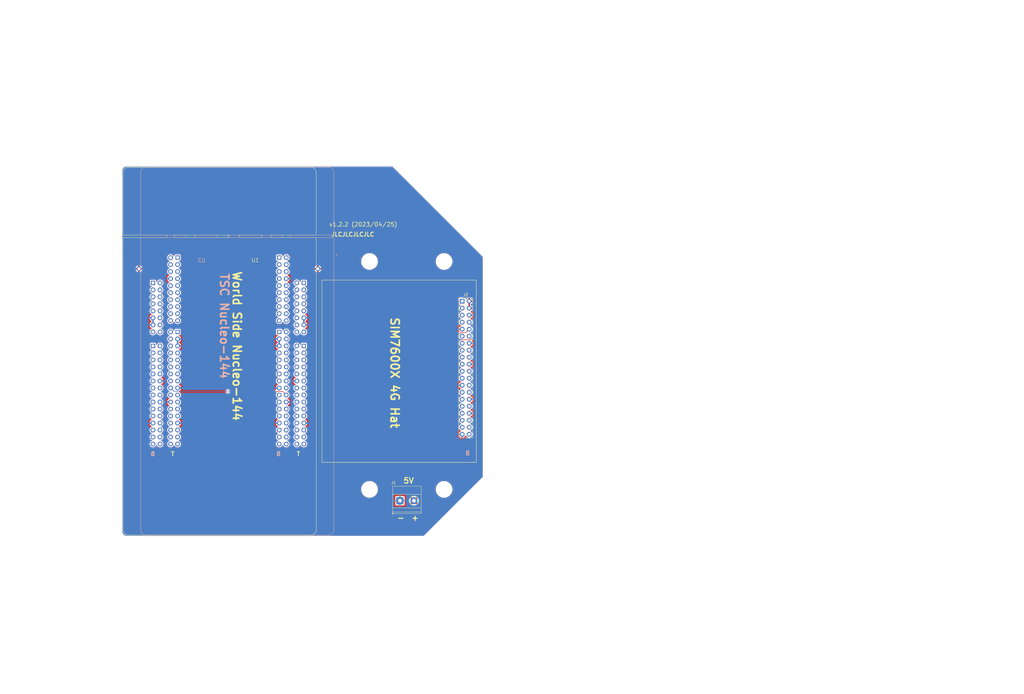
<source format=kicad_pcb>
(kicad_pcb (version 20221018) (generator pcbnew)
  (layers (0 "F.Cu" signal) (31 "B.Cu" signal) (34 "B.Paste" user) (35 "F.Paste" user) (36 "B.SilkS" user "B.Silkscreen") (37 "F.SilkS" user "F.Silkscreen") (38 "B.Mask" user) (39 "F.Mask" user) (44 "Edge.Cuts" user))
  (net 0 "")
  (net 1 "GND")
  (net 2 "+5V")
  (net 9 "/M_TX_RX")
  (net 11 "/M_RX_TX")
  (net 120 "/TSC Side Sheet/D_TX")
  (footprint "TerminalBlock_Phoenix:TerminalBlock_Phoenix_MKDS-1,5-2-5.08_1x02_P5.08mm_Horizontal" (layer "F.Cu") (at 124.52 158.6)
    (fp_text reference "J1" (at -2.32 -6.5 180) (layer "F.SilkS"))
    (fp_text value "5V Input")
    (fp_line (start -2.84 4.16) (end -2.84 4.9) (stroke (width 0.12)) (layer "F.SilkS"))
    (fp_line (start -2.84 4.9) (end -2.34 4.9) (stroke (width 0.12)) (layer "F.SilkS"))
    (fp_line (start -2.6 -5.261) (end -2.6 4.66) (stroke (width 0.12)) (layer "F.SilkS"))
    (fp_line (start -2.6 -5.261) (end 7.68 -5.261) (stroke (width 0.12)) (layer "F.SilkS"))
    (fp_line (start -2.6 -2.301) (end 7.68 -2.301) (stroke (width 0.12)) (layer "F.SilkS"))
    (fp_line (start -2.6 2.6) (end 7.68 2.6) (stroke (width 0.12)) (layer "F.SilkS"))
    (fp_line (start -2.6 4.1) (end 7.68 4.1) (stroke (width 0.12)) (layer "F.SilkS"))
    (fp_line (start -2.6 4.66) (end 7.68 4.66) (stroke (width 0.12)) (layer "F.SilkS"))
    (fp_line (start 3.853 1.023) (end 3.806 1.069) (stroke (width 0.12)) (layer "F.SilkS"))
    (fp_line (start 4.046 1.239) (end 4.011 1.274) (stroke (width 0.12)) (layer "F.SilkS"))
    (fp_line (start 6.15 -1.275) (end 6.115 -1.239) (stroke (width 0.12)) (layer "F.SilkS"))
    (fp_line (start 6.355 -1.069) (end 6.308 -1.023) (stroke (width 0.12)) (layer "F.SilkS"))
    (fp_line (start 7.68 -5.261) (end 7.68 4.66) (stroke (width 0.12)) (layer "F.SilkS"))
    (fp_arc (start -1.535427 0.683042) (mid -1.680501 -0.000524) (end -1.535 -0.684) (stroke (width 0.12)) (layer "F.SilkS"))
    (fp_arc (start -0.683042 -1.535427) (mid 0.000524 -1.680501) (end 0.684 -1.535) (stroke (width 0.12)) (layer "F.SilkS"))
    (fp_arc (start 0.028805 1.680253) (mid -0.335551 1.646659) (end -0.684 1.535) (stroke (width 0.12)) (layer "F.SilkS"))
    (fp_arc (start 0.683318 1.534756) (mid 0.349292 1.643288) (end 0 1.68) (stroke (width 0.12)) (layer "F.SilkS"))
    (fp_arc (start 1.535427 -0.683042) (mid 1.680501 0.000524) (end 1.535 0.684) (stroke (width 0.12)) (layer "F.SilkS"))
    (fp_circle (center 5.08 0) (end 6.76 0) (stroke (width 0.12)) (fill none) (layer "F.SilkS"))
    (pad "1" thru_hole rect (at 0 0) (size 2.6 2.6) (drill 1.3) (layers "*.Cu" "*.Mask") (net 1 "GND"))
    (pad "2" thru_hole circle (at 5.08 0) (size 2.6 2.6) (drill 1.3) (layers "*.Cu" "*.Mask") (net 2 "+5V"))
  )
  (footprint "Connector_PinHeader_2.54mm:PinHeader_2x20_P2.54mm_Vertical" (layer "F.Cu") (at 147.06 86.28)
    (fp_text reference "J2" (at 1.27 -2.33) (layer "F.SilkS"))
    (fp_text value "SIM7600 Cell Header" hide)
    (fp_line (start -1.33 -1.33) (end 0 -1.33) (stroke (width 0.12)) (layer "F.SilkS"))
    (fp_line (start -1.33 0) (end -1.33 -1.33) (stroke (width 0.12)) (layer "F.SilkS"))
    (fp_line (start -1.33 1.27) (end -1.33 49.59) (stroke (width 0.12)) (layer "F.SilkS"))
    (fp_line (start -1.33 1.27) (end 1.27 1.27) (stroke (width 0.12)) (layer "F.SilkS"))
    (fp_line (start -1.33 49.59) (end 3.87 49.59) (stroke (width 0.12)) (layer "F.SilkS"))
    (fp_line (start 1.27 -1.33) (end 3.87 -1.33) (stroke (width 0.12)) (layer "F.SilkS"))
    (fp_line (start 1.27 1.27) (end 1.27 -1.33) (stroke (width 0.12)) (layer "F.SilkS"))
    (fp_line (start 3.87 -1.33) (end 3.87 49.59) (stroke (width 0.12)) (layer "F.SilkS"))
    (pad "1" thru_hole rect (at 0 0) (size 1.7 1.7) (drill 1) (layers "*.Cu" "*.Mask"))
    (pad "2" thru_hole oval (at 2.54 0) (size 1.7 1.7) (drill 1) (layers "*.Cu" "*.Mask") (net 2 "+5V"))
    (pad "3" thru_hole oval (at 0 2.54) (size 1.7 1.7) (drill 1) (layers "*.Cu" "*.Mask"))
    (pad "4" thru_hole oval (at 2.54 2.54) (size 1.7 1.7) (drill 1) (layers "*.Cu" "*.Mask") (net 2 "+5V"))
    (pad "5" thru_hole oval (at 0 5.08) (size 1.7 1.7) (drill 1) (layers "*.Cu" "*.Mask"))
    (pad "6" thru_hole oval (at 2.54 5.08) (size 1.7 1.7) (drill 1) (layers "*.Cu" "*.Mask") (net 1 "GND"))
    (pad "7" thru_hole oval (at 0 7.62) (size 1.7 1.7) (drill 1) (layers "*.Cu" "*.Mask"))
    (pad "8" thru_hole oval (at 2.54 7.62) (size 1.7 1.7) (drill 1) (layers "*.Cu" "*.Mask") (net 9 "/M_TX_RX"))
    (pad "9" thru_hole oval (at 0 10.16) (size 1.7 1.7) (drill 1) (layers "*.Cu" "*.Mask") (net 1 "GND"))
    (pad "10" thru_hole oval (at 2.54 10.16) (size 1.7 1.7) (drill 1) (layers "*.Cu" "*.Mask") (net 11 "/M_RX_TX"))
    (pad "11" thru_hole oval (at 0 12.7) (size 1.7 1.7) (drill 1) (layers "*.Cu" "*.Mask"))
    (pad "12" thru_hole oval (at 2.54 12.7) (size 1.7 1.7) (drill 1) (layers "*.Cu" "*.Mask"))
    (pad "13" thru_hole oval (at 0 15.24) (size 1.7 1.7) (drill 1) (layers "*.Cu" "*.Mask"))
    (pad "14" thru_hole oval (at 2.54 15.24) (size 1.7 1.7) (drill 1) (layers "*.Cu" "*.Mask") (net 1 "GND"))
    (pad "15" thru_hole oval (at 0 17.78) (size 1.7 1.7) (drill 1) (layers "*.Cu" "*.Mask"))
    (pad "16" thru_hole oval (at 2.54 17.78) (size 1.7 1.7) (drill 1) (layers "*.Cu" "*.Mask"))
    (pad "17" thru_hole oval (at 0 20.32) (size 1.7 1.7) (drill 1) (layers "*.Cu" "*.Mask"))
    (pad "18" thru_hole oval (at 2.54 20.32) (size 1.7 1.7) (drill 1) (layers "*.Cu" "*.Mask"))
    (pad "19" thru_hole oval (at 0 22.86) (size 1.7 1.7) (drill 1) (layers "*.Cu" "*.Mask"))
    (pad "20" thru_hole oval (at 2.54 22.86) (size 1.7 1.7) (drill 1) (layers "*.Cu" "*.Mask") (net 1 "GND"))
    (pad "21" thru_hole oval (at 0 25.4) (size 1.7 1.7) (drill 1) (layers "*.Cu" "*.Mask"))
    (pad "22" thru_hole oval (at 2.54 25.4) (size 1.7 1.7) (drill 1) (layers "*.Cu" "*.Mask"))
    (pad "23" thru_hole oval (at 0 27.94) (size 1.7 1.7) (drill 1) (layers "*.Cu" "*.Mask"))
    (pad "24" thru_hole oval (at 2.54 27.94) (size 1.7 1.7) (drill 1) (layers "*.Cu" "*.Mask"))
    (pad "25" thru_hole oval (at 0 30.48) (size 1.7 1.7) (drill 1) (layers "*.Cu" "*.Mask") (net 1 "GND"))
    (pad "26" thru_hole oval (at 2.54 30.48) (size 1.7 1.7) (drill 1) (layers "*.Cu" "*.Mask"))
    (pad "27" thru_hole oval (at 0 33.02) (size 1.7 1.7) (drill 1) (layers "*.Cu" "*.Mask"))
    (pad "28" thru_hole oval (at 2.54 33.02) (size 1.7 1.7) (drill 1) (layers "*.Cu" "*.Mask"))
    (pad "29" thru_hole oval (at 0 35.56) (size 1.7 1.7) (drill 1) (layers "*.Cu" "*.Mask"))
    (pad "30" thru_hole oval (at 2.54 35.56) (size 1.7 1.7) (drill 1) (layers "*.Cu" "*.Mask") (net 1 "GND"))
    (pad "31" thru_hole oval (at 0 38.1) (size 1.7 1.7) (drill 1) (layers "*.Cu" "*.Mask"))
    (pad "32" thru_hole oval (at 2.54 38.1) (size 1.7 1.7) (drill 1) (layers "*.Cu" "*.Mask"))
    (pad "33" thru_hole oval (at 0 40.64) (size 1.7 1.7) (drill 1) (layers "*.Cu" "*.Mask"))
    (pad "34" thru_hole oval (at 2.54 40.64) (size 1.7 1.7) (drill 1) (layers "*.Cu" "*.Mask") (net 1 "GND"))
    (pad "35" thru_hole oval (at 0 43.18) (size 1.7 1.7) (drill 1) (layers "*.Cu" "*.Mask"))
    (pad "36" thru_hole oval (at 2.54 43.18) (size 1.7 1.7) (drill 1) (layers "*.Cu" "*.Mask"))
    (pad "37" thru_hole oval (at 0 45.72) (size 1.7 1.7) (drill 1) (layers "*.Cu" "*.Mask"))
    (pad "38" thru_hole oval (at 2.54 45.72) (size 1.7 1.7) (drill 1) (layers "*.Cu" "*.Mask"))
    (pad "39" thru_hole oval (at 0 48.26) (size 1.7 1.7) (drill 1) (layers "*.Cu" "*.Mask") (net 1 "GND"))
    (pad "40" thru_hole oval (at 2.54 48.26) (size 1.7 1.7) (drill 1) (layers "*.Cu" "*.Mask"))
  )
  (footprint "MountingHole:MountingHole_3.5mm" (layer "F.Cu") (at 140.5 71.9)
    (fp_text reference "H2" hide)
    (fp_text value "MountingHole")
    (pad "" np_thru_hole circle locked (at 0 0) (size 3.5 3.5) (drill 3.5) (layers "*.Cu" "*.Mask"))
  )
  (footprint "MountingHole:MountingHole_3.5mm" (layer "F.Cu") (at 113.5 154.5)
    (fp_text reference "H3" hide)
    (fp_text value "MountingHole")
    (pad "" np_thru_hole circle locked (at 0 0) (size 3.5 3.5) (drill 3.5) (layers "*.Cu" "*.Mask"))
  )
  (footprint "Local footprints:oats_logo" (layer "F.Cu") (at 118.473677 47.15)
    (fp_text reference "N1" hide)
    (fp_text value "Housing" hide)
  )
  (footprint "Local footprints:MODULE_NUCLEO-F429ZI" (layer "F.Cu") (at 59.21 104.414)
    (fp_text reference "U1" (at 12.92 -33) (layer "F.SilkS") (effects (font (size 1.4 1.4))))
    (fp_text value "NUCLEO-F429ZI" hide)
    (fp_line (start -35 -64.67) (end -35 -42.11) (stroke (width 0.127)) (layer "F.SilkS"))
    (fp_line (start -35 -42.11) (end -19.5072 -42.11) (stroke (width 0.127)) (layer "F.SilkS"))
    (fp_line (start -35 -41.17) (end -35 64.67) (stroke (width 0.127)) (layer "F.SilkS"))
    (fp_line (start -35 -41.17) (end -19.5072 -41.17) (stroke (width 0.127)) (layer "F.SilkS"))
    (fp_line (start -33 66.67) (end 33 66.67) (stroke (width 0.127)) (layer "F.SilkS"))
    (fp_line (start -16.002 -42.11) (end 2.9972 -42.11) (stroke (width 0.127)) (layer "F.SilkS"))
    (fp_line (start -16.002 -41.17) (end 2.9972 -41.17) (stroke (width 0.127)) (layer "F.SilkS"))
    (fp_line (start 7.62 -42.11) (end 14.9352 -42.11) (stroke (width 0.127)) (layer "F.SilkS"))
    (fp_line (start 7.62 -41.17) (end 14.9352 -41.17) (stroke (width 0.127)) (layer "F.SilkS"))
    (fp_line (start 18.9992 -42.11) (end 35 -42.11) (stroke (width 0.127)) (layer "F.SilkS"))
    (fp_line (start 18.9992 -41.17) (end 35 -41.17) (stroke (width 0.127)) (layer "F.SilkS"))
    (fp_line (start 33 -66.67) (end -33 -66.67) (stroke (width 0.127)) (layer "F.SilkS"))
    (fp_line (start 35 -42.11) (end 35 -64.67) (stroke (width 0.127)) (layer "F.SilkS"))
    (fp_line (start 35 64.67) (end 35 -41.17) (stroke (width 0.127)) (layer "F.SilkS"))
    (fp_arc (start -35 -64.67) (mid -34.414214 -66.084214) (end -33 -66.67) (stroke (width 0.127)) (layer "F.SilkS"))
    (fp_arc (start -33 66.67) (mid -34.414214 66.084214) (end -35 64.67) (stroke (width 0.127)) (layer "F.SilkS"))
    (fp_arc (start -19.507199 -42.11) (mid -19.044602 -41.64) (end -19.5072 -41.17) (stroke (width 0.127)) (layer "F.SilkS"))
    (fp_arc (start -16.002001 -41.17) (mid -16.464598 -41.64) (end -16.002 -42.11) (stroke (width 0.127)) (layer "F.SilkS"))
    (fp_arc (start 2.997201 -42.11) (mid 3.459799 -41.64) (end 2.9972 -41.17) (stroke (width 0.127)) (layer "F.SilkS"))
    (fp_arc (start 7.619999 -41.17) (mid 7.157401 -41.64) (end 7.62 -42.11) (stroke (width 0.127)) (layer "F.SilkS"))
    (fp_arc (start 14.935201 -42.11) (mid 15.397799 -41.64) (end 14.9352 -41.17) (stroke (width 0.127)) (layer "F.SilkS"))
    (fp_arc (start 18.999199 -41.17) (mid 18.536601 -41.64) (end 18.9992 -42.11) (stroke (width 0.127)) (layer "F.SilkS"))
    (fp_arc (start 33 -66.67) (mid 34.414214 -66.084214) (end 35 -64.67) (stroke (width 0.127)) (layer "F.SilkS"))
    (fp_arc (start 35 64.67) (mid 34.414214 66.084214) (end 33 66.67) (stroke (width 0.127)) (layer "F.SilkS"))
    (fp_circle (center -36.04 -34.93) (end -35.94 -34.93) (stroke (width 0.2)) (fill none) (layer "F.SilkS"))
    (pad "CN7_1" thru_hole rect (at 21.59 -33.914) (size 1.53 1.53) (drill 1.02) (layers "*.Cu" "*.Mask"))
    (pad "CN7_2" thru_hole circle (at 24.13 -33.914) (size 1.7 1.7) (drill 1.02) (layers "*.Cu" "*.Mask"))
    (pad "CN7_3" thru_hole circle (at 21.59 -31.374) (size 1.7 1.7) (drill 1.02) (layers "*.Cu" "*.Mask"))
    (pad "CN7_4" thru_hole circle (at 24.13 -31.374) (size 1.7 1.7) (drill 1.02) (layers "*.Cu" "*.Mask"))
    (pad "CN7_5" thru_hole circle (at 21.59 -28.834) (size 1.7 1.7) (drill 1.02) (layers "*.Cu" "*.Mask"))
    (pad "CN7_6" thru_hole circle (at 24.13 -28.834) (size 1.7 1.7) (drill 1.02) (layers "*.Cu" "*.Mask"))
    (pad "CN7_7" thru_hole circle (at 21.59 -26.294) (size 1.7 1.7) (drill 1.02) (layers "*.Cu" "*.Mask"))
    (pad "CN7_8" thru_hole circle (at 24.13 -26.294) (size 1.7 1.7) (drill 1.02) (layers "*.Cu" "*.Mask") (net 1 "GND"))
    (pad "CN7_9" thru_hole circle (at 21.59 -23.754) (size 1.7 1.7) (drill 1.02) (layers "*.Cu" "*.Mask"))
    (pad "CN7_10" thru_hole circle (at 24.13 -23.754) (size 1.7 1.7) (drill 1.02) (layers "*.Cu" "*.Mask"))
    (pad "CN7_11" thru_hole circle (at 21.59 -21.214) (size 1.7 1.7) (drill 1.02) (layers "*.Cu" "*.Mask"))
    (pad "CN7_12" thru_hole circle (at 24.13 -21.214) (size 1.7 1.7) (drill 1.02) (layers "*.Cu" "*.Mask"))
    (pad "CN7_13" thru_hole circle (at 21.59 -18.674) (size 1.7 1.7) (drill 1.02) (layers "*.Cu" "*.Mask"))
    (pad "CN7_14" thru_hole circle (at 24.13 -18.674) (size 1.7 1.7) (drill 1.02) (layers "*.Cu" "*.Mask"))
    (pad "CN7_15" thru_hole circle (at 21.59 -16.134) (size 1.7 1.7) (drill 1.02) (layers "*.Cu" "*.Mask"))
    (pad "CN7_16" thru_hole circle (at 24.13 -16.134) (size 1.7 1.7) (drill 1.02) (layers "*.Cu" "*.Mask"))
    (pad "CN7_17" thru_hole circle (at 21.59 -13.594) (size 1.7 1.7) (drill 1.02) (layers "*.Cu" "*.Mask"))
    (pad "CN7_18" thru_hole circle (at 24.13 -13.594) (size 1.7 1.7) (drill 1.02) (layers "*.Cu" "*.Mask"))
    (pad "CN7_19" thru_hole circle (at 21.59 -11.054) (size 1.7 1.7) (drill 1.02) (layers "*.Cu" "*.Mask"))
    (pad "CN7_20" thru_hole circle (at 24.13 -11.054) (size 1.7 1.7) (drill 1.02) (layers "*.Cu" "*.Mask"))
    (pad "CN8_1" thru_hole rect (at -24.13 -24.77) (size 1.53 1.53) (drill 1.02) (layers "*.Cu" "*.Mask"))
    (pad "CN8_2" thru_hole circle (at -21.59 -24.77) (size 1.7 1.7) (drill 1.02) (layers "*.Cu" "*.Mask"))
    (pad "CN8_3" thru_hole circle (at -24.13 -22.23) (size 1.7 1.7) (drill 1.02) (layers "*.Cu" "*.Mask"))
    (pad "CN8_4" thru_hole circle (at -21.59 -22.23) (size 1.7 1.7) (drill 1.02) (layers "*.Cu" "*.Mask"))
    (pad "CN8_5" thru_hole circle (at -24.13 -19.69) (size 1.7 1.7) (drill 1.02) (layers "*.Cu" "*.Mask"))
    (pad "CN8_6" thru_hole circle (at -21.59 -19.69) (size 1.7 1.7) (drill 1.02) (layers "*.Cu" "*.Mask"))
    (pad "CN8_7" thru_hole circle (at -24.13 -17.15) (size 1.7 1.7) (drill 1.02) (layers "*.Cu" "*.Mask"))
    (pad "CN8_8" thru_hole circle (at -21.59 -17.15) (size 1.7 1.7) (drill 1.02) (layers "*.Cu" "*.Mask"))
    (pad "CN8_9" thru_hole circle (at -24.13 -14.61) (size 1.7 1.7) (drill 1.02) (layers "*.Cu" "*.Mask"))
    (pad "CN8_10" thru_hole circle (at -21.59 -14.61) (size 1.7 1.7) (drill 1.02) (layers "*.Cu" "*.Mask"))
    (pad "CN8_11" thru_hole circle (at -24.13 -12.07) (size 1.7 1.7) (drill 1.02) (layers "*.Cu" "*.Mask") (net 1 "GND"))
    (pad "CN8_12" thru_hole circle (at -21.59 -12.07) (size 1.7 1.7) (drill 1.02) (layers "*.Cu" "*.Mask"))
    (pad "CN8_13" thru_hole circle (at -24.13 -9.53) (size 1.7 1.7) (drill 1.02) (layers "*.Cu" "*.Mask") (net 1 "GND"))
    (pad "CN8_14" thru_hole circle (at -21.59 -9.53) (size 1.7 1.7) (drill 1.02) (layers "*.Cu" "*.Mask"))
    (pad "CN8_15" thru_hole circle (at -24.13 -6.99) (size 1.7 1.7) (drill 1.02) (layers "*.Cu" "*.Mask"))
    (pad "CN8_16" thru_hole circle (at -21.59 -6.99) (size 1.7 1.7) (drill 1.02) (layers "*.Cu" "*.Mask"))
    (pad "CN9_1" thru_hole rect (at -24.13 -1.91) (size 1.53 1.53) (drill 1.02) (layers "*.Cu" "*.Mask"))
    (pad "CN9_2" thru_hole circle (at -21.59 -1.91) (size 1.7 1.7) (drill 1.02) (layers "*.Cu" "*.Mask"))
    (pad "CN9_3" thru_hole circle (at -24.13 0.63) (size 1.7 1.7) (drill 1.02) (layers "*.Cu" "*.Mask"))
    (pad "CN9_4" thru_hole circle (at -21.59 0.63) (size 1.7 1.7) (drill 1.02) (layers "*.Cu" "*.Mask"))
    (pad "CN9_5" thru_hole circle (at -24.13 3.17) (size 1.7 1.7) (drill 1.02) (layers "*.Cu" "*.Mask"))
    (pad "CN9_6" thru_hole circle (at -21.59 3.17) (size 1.7 1.7) (drill 1.02) (layers "*.Cu" "*.Mask"))
    (pad "CN9_7" thru_hole circle (at -24.13 5.71) (size 1.7 1.7) (drill 1.02) (layers "*.Cu" "*.Mask"))
    (pad "CN9_8" thru_hole circle (at -21.59 5.71) (size 1.7 1.7) (drill 1.02) (layers "*.Cu" "*.Mask"))
    (pad "CN9_9" thru_hole circle (at -24.13 8.25) (size 1.7 1.7) (drill 1.02) (layers "*.Cu" "*.Mask"))
    (pad "CN9_10" thru_hole circle (at -21.59 8.25) (size 1.7 1.7) (drill 1.02) (layers "*.Cu" "*.Mask"))
    (pad "CN9_11" thru_hole circle (at -24.13 10.79) (size 1.7 1.7) (drill 1.02) (layers "*.Cu" "*.Mask"))
    (pad "CN9_12" thru_hole circle (at -21.59 10.79) (size 1.7 1.7) (drill 1.02) (layers "*.Cu" "*.Mask") (net 1 "GND"))
    (pad "CN9_13" thru_hole circle (at -24.13 13.33) (size 1.7 1.7) (drill 1.02) (layers "*.Cu" "*.Mask"))
    (pad "CN9_14" thru_hole circle (at -21.59 13.33) (size 1.7 1.7) (drill 1.02) (layers "*.Cu" "*.Mask"))
    (pad "CN9_15" thru_hole circle (at -24.13 15.87) (size 1.7 1.7) (drill 1.02) (layers "*.Cu" "*.Mask"))
    (pad "CN9_16" thru_hole circle (at -21.59 15.87) (size 1.7 1.7) (drill 1.02) (layers "*.Cu" "*.Mask"))
    (pad "CN9_17" thru_hole circle (at -24.13 18.41) (size 1.7 1.7) (drill 1.02) (layers "*.Cu" "*.Mask"))
    (pad "CN9_18" thru_hole circle (at -21.59 18.41) (size 1.7 1.7) (drill 1.02) (layers "*.Cu" "*.Mask"))
    (pad "CN9_19" thru_hole circle (at -24.13 20.95) (size 1.7 1.7) (drill 1.02) (layers "*.Cu" "*.Mask"))
    (pad "CN9_20" thru_hole circle (at -21.59 20.95) (size 1.7 1.7) (drill 1.02) (layers "*.Cu" "*.Mask"))
    (pad "CN9_21" thru_hole circle (at -24.13 23.49) (size 1.7 1.7) (drill 1.02) (layers "*.Cu" "*.Mask"))
    (pad "CN9_22" thru_hole circle (at -21.59 23.49) (size 1.7 1.7) (drill 1.02) (layers "*.Cu" "*.Mask"))
    (pad "CN9_23" thru_hole circle (at -24.13 26.03) (size 1.7 1.7) (drill 1.02) (layers "*.Cu" "*.Mask") (net 1 "GND"))
    (pad "CN9_24" thru_hole circle (at -21.59 26.03) (size 1.7 1.7) (drill 1.02) (layers "*.Cu" "*.Mask"))
    (pad "CN9_25" thru_hole circle (at -24.13 28.57) (size 1.7 1.7) (drill 1.02) (layers "*.Cu" "*.Mask"))
    (pad "CN9_26" thru_hole circle (at -21.59 28.57) (size 1.7 1.7) (drill 1.02) (layers "*.Cu" "*.Mask"))
    (pad "CN9_27" thru_hole circle (at -24.13 31.11) (size 1.7 1.7) (drill 1.02) (layers "*.Cu" "*.Mask"))
    (pad "CN9_28" thru_hole circle (at -21.59 31.11) (size 1.7 1.7) (drill 1.02) (layers "*.Cu" "*.Mask"))
    (pad "CN9_29" thru_hole circle (at -24.13 33.65) (size 1.7 1.7) (drill 1.02) (layers "*.Cu" "*.Mask"))
    (pad "CN9_30" thru_hole circle (at -21.59 33.65) (size 1.7 1.7) (drill 1.02) (layers "*.Cu" "*.Mask"))
    (pad "CN10_1" thru_hole rect (at 21.59 -6.99) (size 1.53 1.53) (drill 1.02) (layers "*.Cu" "*.Mask"))
    (pad "CN10_2" thru_hole circle (at 24.13 -6.99) (size 1.7 1.7) (drill 1.02) (layers "*.Cu" "*.Mask"))
    (pad "CN10_3" thru_hole circle (at 21.59 -4.45) (size 1.7 1.7) (drill 1.02) (layers "*.Cu" "*.Mask") (net 1 "GND"))
    (pad "CN10_4" thru_hole circle (at 24.13 -4.45) (size 1.7 1.7) (drill 1.02) (layers "*.Cu" "*.Mask"))
    (pad "CN10_5" thru_hole circle (at 21.59 -1.91) (size 1.7 1.7) (drill 1.02) (layers "*.Cu" "*.Mask") (net 1 "GND"))
    (pad "CN10_6" thru_hole circle (at 24.13 -1.91) (size 1.7 1.7) (drill 1.02) (layers "*.Cu" "*.Mask"))
    (pad "CN10_7" thru_hole circle (at 21.59 0.63) (size 1.7 1.7) (drill 1.02) (layers "*.Cu" "*.Mask"))
    (pad "CN10_8" thru_hole circle (at 24.13 0.63) (size 1.7 1.7) (drill 1.02) (layers "*.Cu" "*.Mask"))
    (pad "CN10_9" thru_hole circle (at 21.59 3.17) (size 1.7 1.7) (drill 1.02) (layers "*.Cu" "*.Mask"))
    (pad "CN10_10" thru_hole circle (at 24.13 3.17) (size 1.7 1.7) (drill 1.02) (layers "*.Cu" "*.Mask"))
    (pad "CN10_11" thru_hole circle (at 21.59 5.71) (size 1.7 1.7) (drill 1.02) (layers "*.Cu" "*.Mask"))
    (pad "CN10_12" thru_hole circle (at 24.13 5.71) (size 1.7 1.7) (drill 1.02) (layers "*.Cu" "*.Mask"))
    (pad "CN10_13" thru_hole circle (at 21.59 8.25) (size 1.7 1.7) (drill 1.02) (layers "*.Cu" "*.Mask"))
    (pad "CN10_14" thru_hole circle (at 24.13 8.25) (size 1.7 1.7) (drill 1.02) (layers "*.Cu" "*.Mask") (net 11 "/M_RX_TX"))
    (pad "CN10_15" thru_hole circle (at 21.59 10.79) (size 1.7 1.7) (drill 1.02) (layers "*.Cu" "*.Mask"))
    (pad "CN10_16" thru_hole circle (at 24.13 10.79) (size 1.7 1.7) (drill 1.02) (layers "*.Cu" "*.Mask") (net 9 "/M_TX_RX"))
    (pad "CN10_17" thru_hole circle (at 21.59 13.33) (size 1.7 1.7) (drill 1.02) (layers "*.Cu" "*.Mask") (net 1 "GND"))
    (pad "CN10_18" thru_hole circle (at 24.13 13.33) (size 1.7 1.7) (drill 1.02) (layers "*.Cu" "*.Mask"))
    (pad "CN10_19" thru_hole circle (at 21.59 15.87) (size 1.7 1.7) (drill 1.02) (layers "*.Cu" "*.Mask"))
    (pad "CN10_20" thru_hole circle (at 24.13 15.87) (size 1.7 1.7) (drill 1.02) (layers "*.Cu" "*.Mask") (net 120 "/TSC Side Sheet/D_TX"))
    (pad "CN10_21" thru_hole circle (at 21.59 18.41) (size 1.7 1.7) (drill 1.02) (layers "*.Cu" "*.Mask"))
    (pad "CN10_22" thru_hole circle (at 24.13 18.41) (size 1.7 1.7) (drill 1.02) (layers "*.Cu" "*.Mask") (net 1 "GND"))
    (pad "CN10_23" thru_hole circle (at 21.59 20.95) (size 1.7 1.7) (drill 1.02) (layers "*.Cu" "*.Mask"))
    (pad "CN10_24" thru_hole circle (at 24.13 20.95) (size 1.7 1.7) (drill 1.02) (layers "*.Cu" "*.Mask"))
    (pad "CN10_25" thru_hole circle (at 21.59 23.49) (size 1.7 1.7) (drill 1.02) (layers "*.Cu" "*.Mask"))
    (pad "CN10_26" thru_hole circle (at 24.13 23.49) (size 1.7 1.7) (drill 1.02) (layers "*.Cu" "*.Mask"))
    (pad "CN10_27" thru_hole circle (at 21.59 26.03) (size 1.7 1.7) (drill 1.02) (layers "*.Cu" "*.Mask") (net 1 "GND"))
    (pad "CN10_28" thru_hole circle (at 24.13 26.03) (size 1.7 1.7) (drill 1.02) (layers "*.Cu" "*.Mask"))
    (pad "CN10_29" thru_hole circle (at 21.59 28.57) (size 1.7 1.7) (drill 1.02) (layers "*.Cu" "*.Mask"))
    (pad "CN10_30" thru_hole circle (at 24.13 28.57) (size 1.7 1.7) (drill 1.02) (layers "*.Cu" "*.Mask"))
    (pad "CN10_31" thru_hole circle (at 21.59 31.11) (size 1.7 1.7) (drill 1.02) (layers "*.Cu" "*.Mask"))
    (pad "CN10_32" thru_hole circle (at 24.13 31.11) (size 1.7 1.7) (drill 1.02) (layers "*.Cu" "*.Mask"))
    (pad "CN10_33" thru_hole circle (at 21.59 33.65) (size 1.7 1.7) (drill 1.02) (layers "*.Cu" "*.Mask"))
    (pad "CN10_34" thru_hole circle (at 24.13 33.65) (size 1.7 1.7) (drill 1.02) (layers "*.Cu" "*.Mask"))
    (pad "CN11_6" thru_hole circle (at -29.21 -29.85) (size 1.7 1.7) (drill 1.02) (layers "*.Cu" "*.Mask") (net 2 "+5V"))
  )
  (footprint "MountingHole:MountingHole_3.5mm" (layer "F.Cu") (at 113.5 71.9)
    (fp_text reference "H1" hide)
    (fp_text value "MountingHole")
    (pad "" np_thru_hole circle locked (at 0 0) (size 3.5 3.5) (drill 3.5) (layers "*.Cu" "*.Mask"))
  )
  (footprint "MountingHole:MountingHole_3.5mm" (layer "F.Cu") (at 140.5 154.5)
    (fp_text reference "H4" hide)
    (fp_text value "MountingHole")
    (pad "" np_thru_hole circle locked (at 0 0) (size 3.5 3.5) (drill 3.5) (layers "*.Cu" "*.Mask"))
  )
  (footprint "Local footprints:ccat_logo" (layer "F.Cu") (at 102.355183 47.399096)
    (fp_text reference "G***" hide)
    (fp_text value "LOGO" hide)
  )
  (footprint "Local footprints:MODULE_NUCLEO-F429ZI" (layer "B.Cu") (at 65.59 104.414 180)
    (fp_text reference "U2" (at 12.87 32.914) (layer "B.SilkS") (effects (font (size 1.4 1.4)) (justify mirror)))
    (fp_text value "NUCLEO-F429ZI" hide)
    (fp_line (start -35 41.17) (end -35 -64.67) (stroke (width 0.127)) (layer "B.SilkS"))
    (fp_line (start -35 41.17) (end -19.5072 41.17) (stroke (width 0.127)) (layer "B.SilkS"))
    (fp_line (start -35 42.11) (end -19.5072 42.11) (stroke (width 0.127)) (layer "B.SilkS"))
    (fp_line (start -35 64.67) (end -35 42.11) (stroke (width 0.127)) (layer "B.SilkS"))
    (fp_line (start -33 -66.67) (end 33 -66.67) (stroke (width 0.127)) (layer "B.SilkS"))
    (fp_line (start -16.002 41.17) (end 2.9972 41.17) (stroke (width 0.127)) (layer "B.SilkS"))
    (fp_line (start -16.002 42.11) (end 2.9972 42.11) (stroke (width 0.127)) (layer "B.SilkS"))
    (fp_line (start 7.62 41.17) (end 14.9352 41.17) (stroke (width 0.127)) (layer "B.SilkS"))
    (fp_line (start 7.62 42.11) (end 14.9352 42.11) (stroke (width 0.127)) (layer "B.SilkS"))
    (fp_line (start 18.9992 41.17) (end 35 41.17) (stroke (width 0.127)) (layer "B.SilkS"))
    (fp_line (start 18.9992 42.11) (end 35 42.11) (stroke (width 0.127)) (layer "B.SilkS"))
    (fp_line (start 33 66.67) (end -33 66.67) (stroke (width 0.127)) (layer "B.SilkS"))
    (fp_line (start 35 -64.67) (end 35 41.17) (stroke (width 0.127)) (layer "B.SilkS"))
    (fp_line (start 35 42.11) (end 35 64.67) (stroke (width 0.127)) (layer "B.SilkS"))
    (fp_arc (start -35 -64.67) (mid -34.414214 -66.084214) (end -33 -66.67) (stroke (width 0.127)) (layer "B.SilkS"))
    (fp_arc (start -33 66.67) (mid -34.414214 66.084214) (end -35 64.67) (stroke (width 0.127)) (layer "B.SilkS"))
    (fp_arc (start -19.5072 41.17) (mid -19.044602 41.64) (end -19.507199 42.11) (stroke (width 0.127)) (layer "B.SilkS"))
    (fp_arc (start -16.002 42.11) (mid -16.464598 41.64) (end -16.002001 41.17) (stroke (width 0.127)) (layer "B.SilkS"))
    (fp_arc (start 2.9972 41.17) (mid 3.459799 41.64) (end 2.997201 42.11) (stroke (width 0.127)) (layer "B.SilkS"))
    (fp_arc (start 7.62 42.11) (mid 7.157401 41.64) (end 7.619999 41.17) (stroke (width 0.127)) (layer "B.SilkS"))
    (fp_arc (start 14.9352 41.17) (mid 15.397799 41.64) (end 14.935201 42.11) (stroke (width 0.127)) (layer "B.SilkS"))
    (fp_arc (start 18.9992 42.11) (mid 18.536601 41.64) (end 18.999199 41.17) (stroke (width 0.127)) (layer "B.SilkS"))
    (fp_arc (start 33 -66.67) (mid 34.414214 -66.084214) (end 35 -64.67) (stroke (width 0.127)) (layer "B.SilkS"))
    (fp_arc (start 35 64.67) (mid 34.414214 66.084214) (end 33 66.67) (stroke (width 0.127)) (layer "B.SilkS"))
    (fp_circle (center -36.04 34.93) (end -35.94 34.93) (stroke (width 0.2)) (fill none) (layer "B.SilkS"))
    (pad "CN7_1" thru_hole rect (at 21.59 33.914 180) (size 1.53 1.53) (drill 1.02) (layers "*.Cu" "*.Mask"))
    (pad "CN7_2" thru_hole circle (at 24.13 33.914 180) (size 1.7 1.7) (drill 1.02) (layers "*.Cu" "*.Mask"))
    (pad "CN7_3" thru_hole circle (at 21.59 31.374 180) (size 1.7 1.7) (drill 1.02) (layers "*.Cu" "*.Mask"))
    (pad "CN7_4" thru_hole circle (at 24.13 31.374 180) (size 1.7 1.7) (drill 1.02) (layers "*.Cu" "*.Mask"))
    (pad "CN7_5" thru_hole circle (at 21.59 28.834 180) (size 1.7 1.7) (drill 1.02) (layers "*.Cu" "*.Mask"))
    (pad "CN7_6" thru_hole circle (at 24.13 28.834 180) (size 1.7 1.7) (drill 1.02) (layers "*.Cu" "*.Mask"))
    (pad "CN7_7" thru_hole circle (at 21.59 26.294 180) (size 1.7 1.7) (drill 1.02) (layers "*.Cu" "*.Mask"))
    (pad "CN7_8" thru_hole circle (at 24.13 26.294 180) (size 1.7 1.7) (drill 1.02) (layers "*.Cu" "*.Mask") (net 1 "GND"))
    (pad "CN7_9" thru_hole circle (at 21.59 23.754 180) (size 1.7 1.7) (drill 1.02) (layers "*.Cu" "*.Mask"))
    (pad "CN7_10" thru_hole circle (at 24.13 23.754 180) (size 1.7 1.7) (drill 1.02) (layers "*.Cu" "*.Mask"))
    (pad "CN7_11" thru_hole circle (at 21.59 21.214 180) (size 1.7 1.7) (drill 1.02) (layers "*.Cu" "*.Mask"))
    (pad "CN7_12" thru_hole circle (at 24.13 21.214 180) (size 1.7 1.7) (drill 1.02) (layers "*.Cu" "*.Mask"))
    (pad "CN7_13" thru_hole circle (at 21.59 18.674 180) (size 1.7 1.7) (drill 1.02) (layers "*.Cu" "*.Mask"))
    (pad "CN7_14" thru_hole circle (at 24.13 18.674 180) (size 1.7 1.7) (drill 1.02) (layers "*.Cu" "*.Mask"))
    (pad "CN7_15" thru_hole circle (at 21.59 16.134 180) (size 1.7 1.7) (drill 1.02) (layers "*.Cu" "*.Mask"))
    (pad "CN7_16" thru_hole circle (at 24.13 16.134 180) (size 1.7 1.7) (drill 1.02) (layers "*.Cu" "*.Mask"))
    (pad "CN7_17" thru_hole circle (at 21.59 13.594 180) (size 1.7 1.7) (drill 1.02) (layers "*.Cu" "*.Mask"))
    (pad "CN7_18" thru_hole circle (at 24.13 13.594 180) (size 1.7 1.7) (drill 1.02) (layers "*.Cu" "*.Mask"))
    (pad "CN7_19" thru_hole circle (at 21.59 11.054 180) (size 1.7 1.7) (drill 1.02) (layers "*.Cu" "*.Mask"))
    (pad "CN7_20" thru_hole circle (at 24.13 11.054 180) (size 1.7 1.7) (drill 1.02) (layers "*.Cu" "*.Mask"))
    (pad "CN8_1" thru_hole rect (at -24.13 24.77 180) (size 1.53 1.53) (drill 1.02) (layers "*.Cu" "*.Mask"))
    (pad "CN8_2" thru_hole circle (at -21.59 24.77 180) (size 1.7 1.7) (drill 1.02) (layers "*.Cu" "*.Mask"))
    (pad "CN8_3" thru_hole circle (at -24.13 22.23 180) (size 1.7 1.7) (drill 1.02) (layers "*.Cu" "*.Mask"))
    (pad "CN8_4" thru_hole circle (at -21.59 22.23 180) (size 1.7 1.7) (drill 1.02) (layers "*.Cu" "*.Mask"))
    (pad "CN8_5" thru_hole circle (at -24.13 19.69 180) (size 1.7 1.7) (drill 1.02) (layers "*.Cu" "*.Mask"))
    (pad "CN8_6" thru_hole circle (at -21.59 19.69 180) (size 1.7 1.7) (drill 1.02) (layers "*.Cu" "*.Mask"))
    (pad "CN8_7" thru_hole circle (at -24.13 17.15 180) (size 1.7 1.7) (drill 1.02) (layers "*.Cu" "*.Mask"))
    (pad "CN8_8" thru_hole circle (at -21.59 17.15 180) (size 1.7 1.7) (drill 1.02) (layers "*.Cu" "*.Mask"))
    (pad "CN8_9" thru_hole circle (at -24.13 14.61 180) (size 1.7 1.7) (drill 1.02) (layers "*.Cu" "*.Mask"))
    (pad "CN8_10" thru_hole circle (at -21.59 14.61 180) (size 1.7 1.7) (drill 1.02) (layers "*.Cu" "*.Mask"))
    (pad "CN8_11" thru_hole circle (at -24.13 12.07 180) (size 1.7 1.7) (drill 1.02) (layers "*.Cu" "*.Mask") (net 1 "GND"))
    (pad "CN8_12" thru_hole circle (at -21.59 12.07 180) (size 1.7 1.7) (drill 1.02) (layers "*.Cu" "*.Mask"))
    (pad "CN8_13" thru_hole circle (at -24.13 9.53 180) (size 1.7 1.7) (drill 1.02) (layers "*.Cu" "*.Mask") (net 1 "GND"))
    (pad "CN8_14" thru_hole circle (at -21.59 9.53 180) (size 1.7 1.7) (drill 1.02) (layers "*.Cu" "*.Mask"))
    (pad "CN8_15" thru_hole circle (at -24.13 6.99 180) (size 1.7 1.7) (drill 1.02) (layers "*.Cu" "*.Mask"))
    (pad "CN8_16" thru_hole circle (at -21.59 6.99 180) (size 1.7 1.7) (drill 1.02) (layers "*.Cu" "*.Mask"))
    (pad "CN9_1" thru_hole rect (at -24.13 1.91 180) (size 1.53 1.53) (drill 1.02) (layers "*.Cu" "*.Mask"))
    (pad "CN9_2" thru_hole circle (at -21.59 1.91 180) (size 1.7 1.7) (drill 1.02) (layers "*.Cu" "*.Mask"))
    (pad "CN9_3" thru_hole circle (at -24.13 -0.63 180) (size 1.7 1.7) (drill 1.02) (layers "*.Cu" "*.Mask"))
    (pad "CN9_4" thru_hole circle (at -21.59 -0.63 180) (size 1.7 1.7) (drill 1.02) (layers "*.Cu" "*.Mask"))
    (pad "CN9_5" thru_hole circle (at -24.13 -3.17 180) (size 1.7 1.7) (drill 1.02) (layers "*.Cu" "*.Mask"))
    (pad "CN9_6" thru_hole circle (at -21.59 -3.17 180) (size 1.7 1.7) (drill 1.02) (layers "*.Cu" "*.Mask"))
    (pad "CN9_7" thru_hole circle (at -24.13 -5.71 180) (size 1.7 1.7) (drill 1.02) (layers "*.Cu" "*.Mask"))
    (pad "CN9_8" thru_hole circle (at -21.59 -5.71 180) (size 1.7 1.7) (drill 1.02) (layers "*.Cu" "*.Mask"))
    (pad "CN9_9" thru_hole circle (at -24.13 -8.25 180) (size 1.7 1.7) (drill 1.02) (layers "*.Cu" "*.Mask"))
    (pad "CN9_10" thru_hole circle (at -21.59 -8.25 180) (size 1.7 1.7) (drill 1.02) (layers "*.Cu" "*.Mask"))
    (pad "CN9_11" thru_hole circle (at -24.13 -10.79 180) (size 1.7 1.7) (drill 1.02) (layers "*.Cu" "*.Mask"))
    (pad "CN9_12" thru_hole circle (at -21.59 -10.79 180) (size 1.7 1.7) (drill 1.02) (layers "*.Cu" "*.Mask") (net 1 "GND"))
    (pad "CN9_13" thru_hole circle (at -24.13 -13.33 180) (size 1.7 1.7) (drill 1.02) (layers "*.Cu" "*.Mask"))
    (pad "CN9_14" thru_hole circle (at -21.59 -13.33 180) (size 1.7 1.7) (drill 1.02) (layers "*.Cu" "*.Mask"))
    (pad "CN9_15" thru_hole circle (at -24.13 -15.87 180) (size 1.7 1.7) (drill 1.02) (layers "*.Cu" "*.Mask"))
    (pad "CN9_16" thru_hole circle (at -21.59 -15.87 180) (size 1.7 1.7) (drill 1.02) (layers "*.Cu" "*.Mask"))
    (pad "CN9_17" thru_hole circle (at -24.13 -18.41 180) (size 1.7 1.7) (drill 1.02) (layers "*.Cu" "*.Mask"))
    (pad "CN9_18" thru_hole circle (at -21.59 -18.41 180) (size 1.7 1.7) (drill 1.02) (layers "*.Cu" "*.Mask"))
    (pad "CN9_19" thru_hole circle (at -24.13 -20.95 180) (size 1.7 1.7) (drill 1.02) (layers "*.Cu" "*.Mask"))
    (pad "CN9_20" thru_hole circle (at -21.59 -20.95 180) (size 1.7 1.7) (drill 1.02) (layers "*.Cu" "*.Mask"))
    (pad "CN9_21" thru_hole circle (at -24.13 -23.49 180) (size 1.7 1.7) (drill 1.02) (layers "*.Cu" "*.Mask"))
    (pad "CN9_22" thru_hole circle (at -21.59 -23.49 180) (size 1.7 1.7) (drill 1.02) (layers "*.Cu" "*.Mask"))
    (pad "CN9_23" thru_hole circle (at -24.13 -26.03 180) (size 1.7 1.7) (drill 1.02) (layers "*.Cu" "*.Mask") (net 1 "GND"))
    (pad "CN9_24" thru_hole circle (at -21.59 -26.03 180) (size 1.7 1.7) (drill 1.02) (layers "*.Cu" "*.Mask"))
    (pad "CN9_25" thru_hole circle (at -24.13 -28.57 180) (size 1.7 1.7) (drill 1.02) (layers "*.Cu" "*.Mask"))
    (pad "CN9_26" thru_hole circle (at -21.59 -28.57 180) (size 1.7 1.7) (drill 1.02) (layers "*.Cu" "*.Mask"))
    (pad "CN9_27" thru_hole circle (at -24.13 -31.11 180) (size 1.7 1.7) (drill 1.02) (layers "*.Cu" "*.Mask"))
    (pad "CN9_28" thru_hole circle (at -21.59 -31.11 180) (size 1.7 1.7) (drill 1.02) (layers "*.Cu" "*.Mask"))
    (pad "CN9_29" thru_hole circle (at -24.13 -33.65 180) (size 1.7 1.7) (drill 1.02) (layers "*.Cu" "*.Mask"))
    (pad "CN9_30" thru_hole circle (at -21.59 -33.65 180) (size 1.7 1.7) (drill 1.02) (layers "*.Cu" "*.Mask"))
    (pad "CN10_1" thru_hole rect (at 21.59 6.99 180) (size 1.53 1.53) (drill 1.02) (layers "*.Cu" "*.Mask"))
    (pad "CN10_2" thru_hole circle (at 24.13 6.99 180) (size 1.7 1.7) (drill 1.02) (layers "*.Cu" "*.Mask"))
    (pad "CN10_3" thru_hole circle (at 21.59 4.45 180) (size 1.7 1.7) (drill 1.02) (layers "*.Cu" "*.Mask") (net 1 "GND"))
    (pad "CN10_4" thru_hole circle (at 24.13 4.45 180) (size 1.7 1.7) (drill 1.02) (layers "*.Cu" "*.Mask"))
    (pad "CN10_5" thru_hole circle (at 21.59 1.91 180) (size 1.7 1.7) (drill 1.02) (layers "*.Cu" "*.Mask") (net 1 "GND"))
    (pad "CN10_6" thru_hole circle (at 24.13 1.91 180) (size 1.7 1.7) (drill 1.02) (layers "*.Cu" "*.Mask"))
    (pad "CN10_7" thru_hole circle (at 21.59 -0.63 180) (size 1.7 1.7) (drill 1.02) (layers "*.Cu" "*.Mask"))
    (pad "CN10_8" thru_hole circle (at 24.13 -0.63 180) (size 1.7 1.7) (drill 1.02) (layers "*.Cu" "*.Mask"))
    (pad "CN10_9" thru_hole circle (at 21.59 -3.17 180) (size 1.7 1.7) (drill 1.02) (layers "*.Cu" "*.Mask"))
    (pad "CN10_10" thru_hole circle (at 24.13 -3.17 180) (size 1.7 1.7) (drill 1.02) (layers "*.Cu" "*.Mask"))
    (pad "CN10_11" thru_hole circle (at 21.59 -5.71 180) (size 1.7 1.7) (drill 1.02) (layers "*.Cu" "*.Mask"))
    (pad "CN10_12" thru_hole circle (at 24.13 -5.71 180) (size 1.7 1.7) (drill 1.02) (layers "*.Cu" "*.Mask"))
    (pad "CN10_13" thru_hole circle (at 21.59 -8.25 180) (size 1.7 1.7) (drill 1.02) (layers "*.Cu" "*.Mask"))
    (pad "CN10_14" thru_hole circle (at 24.13 -8.25 180) (size 1.7 1.7) (drill 1.02) (layers "*.Cu" "*.Mask"))
    (pad "CN10_15" thru_hole circle (at 21.59 -10.79 180) (size 1.7 1.7) (drill 1.02) (layers "*.Cu" "*.Mask"))
    (pad "CN10_16" thru_hole circle (at 24.13 -10.79 180) (size 1.7 1.7) (drill 1.02) (layers "*.Cu" "*.Mask"))
    (pad "CN10_17" thru_hole circle (at 21.59 -13.33 180) (size 1.7 1.7) (drill 1.02) (layers "*.Cu" "*.Mask") (net 1 "GND"))
    (pad "CN10_18" thru_hole circle (at 24.13 -13.33 180) (size 1.7 1.7) (drill 1.02) (layers "*.Cu" "*.Mask") (net 120 "/TSC Side Sheet/D_TX"))
    (pad "CN10_19" thru_hole circle (at 21.59 -15.87 180) (size 1.7 1.7) (drill 1.02) (layers "*.Cu" "*.Mask"))
    (pad "CN10_20" thru_hole circle (at 24.13 -15.87 180) (size 1.7 1.7) (drill 1.02) (layers "*.Cu" "*.Mask"))
    (pad "CN10_21" thru_hole circle (at 21.59 -18.41 180) (size 1.7 1.7) (drill 1.02) (layers "*.Cu" "*.Mask"))
    (pad "CN10_22" thru_hole circle (at 24.13 -18.41 180) (size 1.7 1.7) (drill 1.02) (layers "*.Cu" "*.Mask") (net 1 "GND"))
    (pad "CN10_23" thru_hole circle (at 21.59 -20.95 180) (size 1.7 1.7) (drill 1.02) (layers "*.Cu" "*.Mask"))
    (pad "CN10_24" thru_hole circle (at 24.13 -20.95 180) (size 1.7 1.7) (drill 1.02) (layers "*.Cu" "*.Mask"))
    (pad "CN10_25" thru_hole circle (at 21.59 -23.49 180) (size 1.7 1.7) (drill 1.02) (layers "*.Cu" "*.Mask"))
    (pad "CN10_26" thru_hole circle (at 24.13 -23.49 180) (size 1.7 1.7) (drill 1.02) (layers "*.Cu" "*.Mask"))
    (pad "CN10_27" thru_hole circle (at 21.59 -26.03 180) (size 1.7 1.7) (drill 1.02) (layers "*.Cu" "*.Mask") (net 1 "GND"))
    (pad "CN10_28" thru_hole circle (at 24.13 -26.03 180) (size 1.7 1.7) (drill 1.02) (layers "*.Cu" "*.Mask"))
    (pad "CN10_29" thru_hole circle (at 21.59 -28.57 180) (size 1.7 1.7) (drill 1.02) (layers "*.Cu" "*.Mask"))
    (pad "CN10_30" thru_hole circle (at 24.13 -28.57 180) (size 1.7 1.7) (drill 1.02) (layers "*.Cu" "*.Mask"))
    (pad "CN10_31" thru_hole circle (at 21.59 -31.11 180) (size 1.7 1.7) (drill 1.02) (layers "*.Cu" "*.Mask"))
    (pad "CN10_32" thru_hole circle (at 24.13 -31.11 180) (size 1.7 1.7) (drill 1.02) (layers "*.Cu" "*.Mask"))
    (pad "CN10_33" thru_hole circle (at 21.59 -33.65 180) (size 1.7 1.7) (drill 1.02) (layers "*.Cu" "*.Mask"))
    (pad "CN10_34" thru_hole circle (at 24.13 -33.65 180) (size 1.7 1.7) (drill 1.02) (layers "*.Cu" "*.Mask"))
    (pad "CN11_6" thru_hole circle (at -29.21 29.85 180) (size 1.7 1.7) (drill 1.02) (layers "*.Cu" "*.Mask") (net 2 "+5V"))
  )
  (gr_rect (start 96.26 78.66) (end 152.14 144.7) (stroke (width 0.15)) (fill none) (layer "F.SilkS"))
  (gr_line locked (start 24 169.8) (end 24 39) (stroke (width 0.1)) (layer "Edge.Cuts"))
  (gr_arc locked (start 24 39) (mid 24.43934 37.93934) (end 25.5 37.5) (stroke (width 0.1)) (layer "Edge.Cuts"))
  (gr_line locked (start 154.5 70.2) (end 121.8 37.5) (stroke (width 0.1)) (layer "Edge.Cuts"))
  (gr_line locked (start 133.2 171.3) (end 25.5 171.3) (stroke (width 0.1)) (layer "Edge.Cuts"))
  (gr_line locked (start 25.5 37.5) (end 121.8 37.5) (stroke (width 0.1)) (layer "Edge.Cuts"))
  (gr_arc locked (start 25.5 171.3) (mid 24.43934 170.86066) (end 24 169.8) (stroke (width 0.1)) (layer "Edge.Cuts"))
  (gr_line (start 156.5 27.5) (end 156.5 27.5) (stroke (width 0.1)) (layer "Edge.Cuts"))
  (gr_line locked (start 154.5 70.2) (end 154.5 150) (stroke (width 0.1)) (layer "Edge.Cuts"))
  (gr_line locked (start 154.5 149.997349) (end 133.197349 171.3) (stroke (width 0.1)) (layer "Edge.Cuts"))
  (gr_text "B" (at 150 142.24) (layer "B.SilkS") (effects (font (size 1.5 1.5) (thickness 0.3) bold) (justify left bottom mirror)))
  (gr_text "TSC Nucleo-144" (at 59.182 75.92 270) (layer "B.SilkS") (effects (font (size 3 3) (thickness 0.6) bold) (justify left bottom)))
  (gr_text "B" (at 36 142.5) (layer "B.SilkS") (effects (font (size 1.5 1.5) (thickness 0.3) bold) (justify left bottom mirror)))
  (gr_text "B" (at 81.5 142.5) (layer "B.SilkS") (effects (font (size 1.5 1.5) (thickness 0.3) bold) (justify left bottom mirror)))
  (gr_text locked "JLCJLCJLCJLC" (at 99.55 62.95) (layer "F.SilkS") (effects (font (size 1.5 1.5) (thickness 0.3) bold) (justify left bottom)))
  (gr_text "SIM7600X 4G Hat" (at 120.898 91.868 -90) (layer "F.SilkS") (effects (font (size 3 3) (thickness 0.6) bold) (justify left bottom)))
  (gr_text "5V" (at 125.6 152.5) (layer "F.SilkS") (effects (font (size 2 2) (thickness 0.4) bold) (justify left bottom)))
  (gr_text "+" (at 128.5 166) (layer "F.SilkS") (effects (font (size 2 2) (thickness 0.4) bold) (justify left bottom)))
  (gr_text locked "v1.2.2 (2023/04/25)" (at 111.25 59.35) (layer "F.SilkS") (effects (font (size 1.5 1.5) (thickness 0.2) bold) (justify bottom)))
  (gr_text "T" (at 88.5 142.5) (layer "F.SilkS") (effects (font (size 1.5 1.5) (thickness 0.3) bold) (justify left bottom mirror)))
  (gr_text "World Side Nucleo-144" (at 63.754 75.158 270) (layer "F.SilkS") (effects (font (size 3 3) (thickness 0.6) bold) (justify left bottom)))
  (gr_text "-" (at 123.32 166) (layer "F.SilkS") (effects (font (size 2 2) (thickness 0.4) bold) (justify left bottom)))
  (gr_text "T" (at 43 142.5) (layer "F.SilkS") (effects (font (size 1.5 1.5) (thickness 0.3) bold) (justify left bottom mirror)))
  (segment (start 94.479 116.479) (end 94.469 116.469) (width 0.2) (layer "B.Cu") (net 1))
  (segment (start 47.941 121.559) (end 48 121.5) (width 0.2) (layer "B.Cu") (net 1))
  (segment (start 86.87 100.23) (end 85.93 101.17) (width 0.2) (layer "F.Cu") (net 9))
  (segment (start 149.6 93.9) (end 151.4 95.7) (width 0.2) (layer "F.Cu") (net 9))
  (segment (start 151.4 95.7) (end 151.4 98.947767) (width 0.2) (layer "F.Cu") (net 9))
  (segment (start 85.93 101.17) (end 85.93 112.514) (width 0.2) (layer "F.Cu") (net 9))
  (segment (start 151.4 98.947767) (end 150.117767 100.23) (width 0.2) (layer "F.Cu") (net 9))
  (segment (start 85.93 112.514) (end 83.34 115.104) (width 0.2) (layer "F.Cu") (net 9))
  (segment (start 150.117767 100.23) (end 86.87 100.23) (width 0.2) (layer "F.Cu") (net 9))
  (segment (start 85.430499 100.9631) (end 87.2931 99.100499) (width 0.2) (layer "F.Cu") (net 11))
  (segment (start 85.430499 110.473501) (end 85.430499 100.9631) (width 0.2) (layer "F.Cu") (net 11))
  (segment (start 146.542233 97.69) (end 148.35 97.69) (width 0.2) (layer "F.Cu") (net 11))
  (segment (start 83.34 112.564) (end 85.430499 110.473501) (width 0.2) (layer "F.Cu") (net 11))
  (segment (start 87.2931 99.100499) (end 145.131734 99.100499) (width 0.2) (layer "F.Cu") (net 11))
  (segment (start 148.35 97.69) (end 149.6 96.44) (width 0.2) (layer "F.Cu") (net 11))
  (segment (start 145.131734 99.100499) (end 146.542233 97.69) (width 0.2) (layer "F.Cu") (net 11))
  (segment (start 82.056 119) (end 83.34 120.284) (width 0.2) (layer "F.Cu") (net 120))
  (segment (start 62.2 119) (end 82.056 119) (width 0.2) (layer "F.Cu") (net 120))
  (via (at 62.2 119) (size 0.8) (drill 0.5) (layers "F.Cu" "B.Cu") (net 120))
  (segment (start 62.2 119) (end 42.716 119) (width 0.2) (layer "B.Cu") (net 120))
  (segment (start 42.716 119) (end 41.46 117.744) (width 0.2) (layer "B.Cu") (net 120))
  (zone (net 2) (net_name "+5V") (layer "F.Cu") (priority 1) (connect_pads (clearance 0.4)) (min_thickness 0.25) (fill yes (thermal_gap 0.5) (thermal_bridge_width 0.5))
    (polygon (pts (xy -5.08 -10.16) (xy -5.08 218.44) (xy 304.8 218.44) (xy 304.8 -10.16)))
  )
  (zone (net 1) (net_name "GND") (layer "B.Cu") (priority 1) (connect_pads (clearance 0.4)) (min_thickness 0.25) (fill yes (thermal_gap 1) (thermal_bridge_width 0.5))
    (polygon (pts (xy 350.52 -22.86) (xy -20.32 -22.86) (xy -20.32 228.6) (xy 350.52 228.6)))
  )
)
</source>
